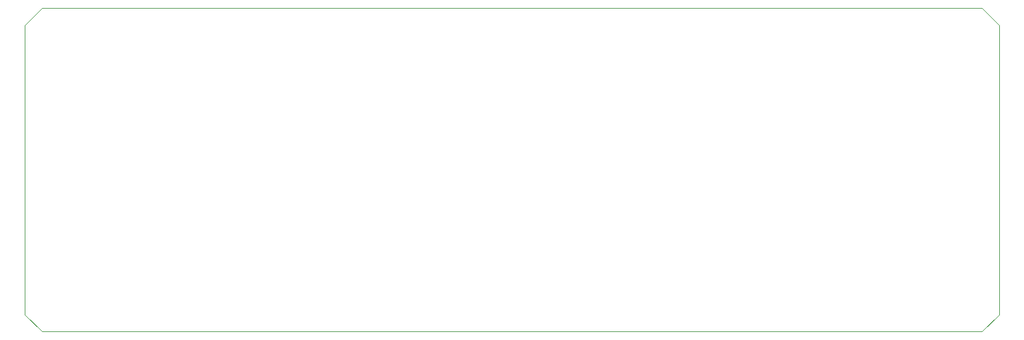
<source format=gbr>
%TF.GenerationSoftware,KiCad,Pcbnew,(6.0.4-0)*%
%TF.CreationDate,2024-06-15T10:21:11-04:00*%
%TF.ProjectId,SignalSnagger,5369676e-616c-4536-9e61-676765722e6b,rev?*%
%TF.SameCoordinates,Original*%
%TF.FileFunction,Profile,NP*%
%FSLAX46Y46*%
G04 Gerber Fmt 4.6, Leading zero omitted, Abs format (unit mm)*
G04 Created by KiCad (PCBNEW (6.0.4-0)) date 2024-06-15 10:21:11*
%MOMM*%
%LPD*%
G01*
G04 APERTURE LIST*
%TA.AperFunction,Profile*%
%ADD10C,0.100000*%
%TD*%
G04 APERTURE END LIST*
D10*
X77265000Y-76350000D02*
X79610000Y-74012000D01*
X208267500Y-118360000D02*
X210615000Y-116021000D01*
X79599000Y-118360000D02*
X208267500Y-118360000D01*
X79599000Y-118360000D02*
X77265000Y-116017500D01*
X77265000Y-76350000D02*
X77265000Y-116017500D01*
X210615000Y-76351250D02*
X208283000Y-74012000D01*
X210615000Y-76351250D02*
X210615000Y-116021000D01*
X79610000Y-74012000D02*
X208283000Y-74012000D01*
M02*

</source>
